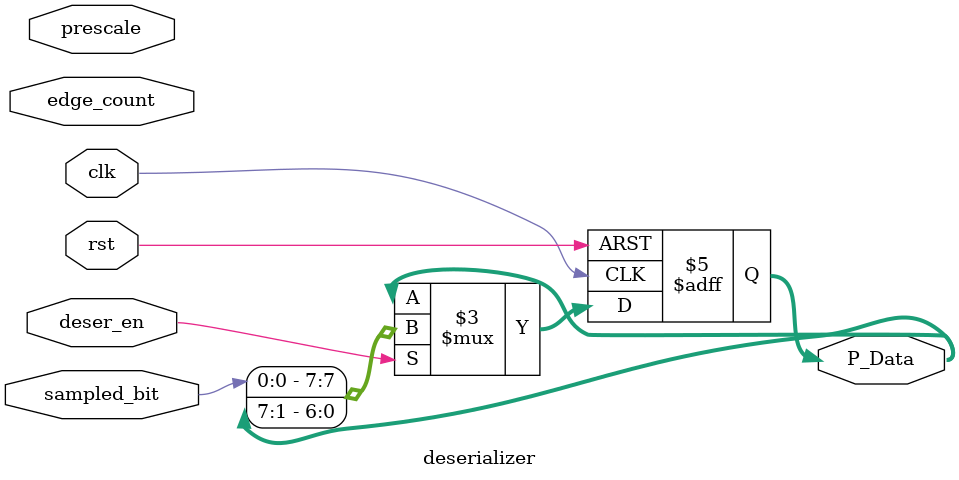
<source format=v>
module deserializer (

input	wire			sampled_bit,
input	wire			deser_en,
input	wire			clk,
input	wire			rst,
input	wire		[5:0]	prescale,
input	wire		[5:0]	edge_count,
output	reg		[7:0]	P_Data

);

always @ (posedge clk or negedge rst)
begin
if(!rst)

begin 

P_Data <= 8'b0;

end

else if (deser_en)

begin
// 1100_0101
// 1000_0000    128
// 1100_0000    192
// 0110_0000    96
// 0011_0000    48
// 0001_1000    24
// 1000_1100    140
// 0100_0110    70
// 1010_0011    163

//P_Data <= {sampled_bit,P_Data[6:0]};
P_Data <= {sampled_bit,P_Data[7:1]};
end

end

endmodule
</source>
